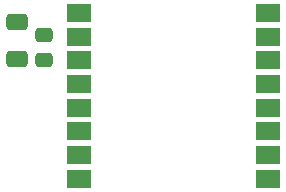
<source format=gbr>
%TF.GenerationSoftware,KiCad,Pcbnew,7.0.6*%
%TF.CreationDate,2023-09-04T00:35:45+02:00*%
%TF.ProjectId,pqunit,7071756e-6974-42e6-9b69-6361645f7063,rev?*%
%TF.SameCoordinates,Original*%
%TF.FileFunction,Paste,Top*%
%TF.FilePolarity,Positive*%
%FSLAX46Y46*%
G04 Gerber Fmt 4.6, Leading zero omitted, Abs format (unit mm)*
G04 Created by KiCad (PCBNEW 7.0.6) date 2023-09-04 00:35:45*
%MOMM*%
%LPD*%
G01*
G04 APERTURE LIST*
G04 Aperture macros list*
%AMRoundRect*
0 Rectangle with rounded corners*
0 $1 Rounding radius*
0 $2 $3 $4 $5 $6 $7 $8 $9 X,Y pos of 4 corners*
0 Add a 4 corners polygon primitive as box body*
4,1,4,$2,$3,$4,$5,$6,$7,$8,$9,$2,$3,0*
0 Add four circle primitives for the rounded corners*
1,1,$1+$1,$2,$3*
1,1,$1+$1,$4,$5*
1,1,$1+$1,$6,$7*
1,1,$1+$1,$8,$9*
0 Add four rect primitives between the rounded corners*
20,1,$1+$1,$2,$3,$4,$5,0*
20,1,$1+$1,$4,$5,$6,$7,0*
20,1,$1+$1,$6,$7,$8,$9,0*
20,1,$1+$1,$8,$9,$2,$3,0*%
G04 Aperture macros list end*
%ADD10RoundRect,0.250000X0.650000X-0.412500X0.650000X0.412500X-0.650000X0.412500X-0.650000X-0.412500X0*%
%ADD11R,2.000000X1.500000*%
%ADD12RoundRect,0.250000X0.475000X-0.337500X0.475000X0.337500X-0.475000X0.337500X-0.475000X-0.337500X0*%
G04 APERTURE END LIST*
D10*
%TO.C,C10*%
X131267714Y-104109900D03*
X131267714Y-100984900D03*
%TD*%
D11*
%TO.C,U6*%
X136445700Y-100221000D03*
X136445700Y-102221000D03*
X136445700Y-104221000D03*
X136445700Y-106221000D03*
X136445700Y-108221000D03*
X136445700Y-110221000D03*
X136445700Y-112221000D03*
X136445700Y-114221000D03*
X152445700Y-114221000D03*
X152445700Y-112221000D03*
X152445700Y-110221000D03*
X152445700Y-108221000D03*
X152445700Y-106221000D03*
X152445700Y-104221000D03*
X152445700Y-102221000D03*
X152445700Y-100221000D03*
%TD*%
D12*
%TO.C,C8*%
X133523700Y-104165200D03*
X133523700Y-102090200D03*
%TD*%
M02*

</source>
